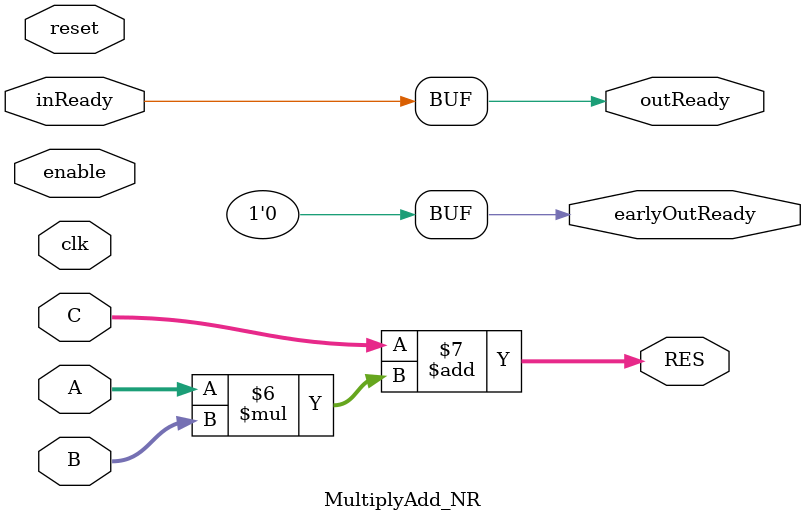
<source format=v>
`timescale 1ns / 1ps

module MultiplyAdd_NR
#(
parameter IN_M_WIDTH = 10,
parameter IN_A_WIDTH = 20,
parameter OUT_WIDTH = 21,
parameter INPUT_REG_DEPTH = 0,
parameter MULT_PIPE_DEPTH = 0 //0,1 or 2; 0: no pipelining, 1: 1 level pipelining, 2: 2 level pipelining
)(
input clk, reset, enable,
input inReady,
input signed [IN_M_WIDTH-1:0] A, B,
input signed [IN_A_WIDTH-1:0] C,
output outReady,
output signed [OUT_WIDTH-1:0] RES,
output earlyOutReady
);

generate
if(INPUT_REG_DEPTH==0 && MULT_PIPE_DEPTH==0) begin

assign RES = C + (A * B);
assign outReady = inReady;
assign earlyOutReady = 1'b0;

end
else begin

reg [0:INPUT_REG_DEPTH+MULT_PIPE_DEPTH-1] OR = 0;

if(INPUT_REG_DEPTH==0 && MULT_PIPE_DEPTH!=0) begin

reg signed [(2*IN_M_WIDTH)-1:0] mult [0:MULT_PIPE_DEPTH-1];
integer i;
always @(posedge clk) begin
	if(reset) begin
		//Do Nothing
	end
	else if(enable) begin
		if(inReady)
			mult[0] <= A * B;
		for(i=0;i<(MULT_PIPE_DEPTH-1);i=i+1) begin
			if(OR[i])
				mult[i+1] <= mult[i];
		end
	end
end
assign RES = C + mult[MULT_PIPE_DEPTH-1];

end
else if(INPUT_REG_DEPTH!=0 && MULT_PIPE_DEPTH==0) begin

reg signed [IN_M_WIDTH-1:0] Ar[1:INPUT_REG_DEPTH], Br[1:INPUT_REG_DEPTH];
integer j;
always @(posedge clk) begin
	if(reset) begin
		//Do Nothing
	end
	else if(enable) begin
		if(inReady) begin
			Ar[1] <= A;
			Br[1] <= B;
		end
		for(j=1;j<INPUT_REG_DEPTH;j=j+1) begin
			if(OR[j]) begin
				Ar[j+1] <= Ar[j];
				Br[j+1] <= Br[j];
			end
		end
	end
end
assign RES = C + (Ar[INPUT_REG_DEPTH] * Br[INPUT_REG_DEPTH]);	

end
else begin //if(INPUT_REG_DEPTH!=0 && MULT_PIPE_DEPTH!=0)

reg signed [IN_M_WIDTH-1:0] Ar[1:INPUT_REG_DEPTH], Br[1:INPUT_REG_DEPTH];
reg signed [(2*IN_M_WIDTH)-1:0] mult [0:MULT_PIPE_DEPTH-1];
integer i, j;
always @(posedge clk) begin
	if(reset) begin
		//Do Nothing
	end
	else if(enable) begin
		if(inReady) begin
			Ar[1] <= A;
			Br[1] <= B;
		end
		for(j=1;j<INPUT_REG_DEPTH;j=j+1) begin
			if(OR[j]) begin
				Ar[j+1] <= Ar[j];
				Br[j+1] <= Br[j];
			end
		end
		if(OR[INPUT_REG_DEPTH-1])
			mult[0] <= Ar[INPUT_REG_DEPTH] * Br[INPUT_REG_DEPTH];
		for(i=0;i<MULT_PIPE_DEPTH-1;i=i+1) begin
			if(OR[INPUT_REG_DEPTH+i])
				mult[i+1] <= mult[i];
		end
	end
end
assign RES = C + mult[MULT_PIPE_DEPTH-1];

end

integer k;
always @(posedge clk) begin
	if(reset) begin
		OR <= 0;
	end
	else if(enable) begin
		OR[0] <= inReady;
		for(k=0;k<INPUT_REG_DEPTH+MULT_PIPE_DEPTH-1;k=k+1) begin
			OR[k+1] <= OR[k];
		end
	end
end

assign outReady = OR[INPUT_REG_DEPTH+MULT_PIPE_DEPTH-1];

if(INPUT_REG_DEPTH+MULT_PIPE_DEPTH==1) begin
assign earlyOutReady = inReady;
end
else begin
assign earlyOutReady = OR[INPUT_REG_DEPTH+MULT_PIPE_DEPTH-2];
end

end
endgenerate

endmodule

</source>
